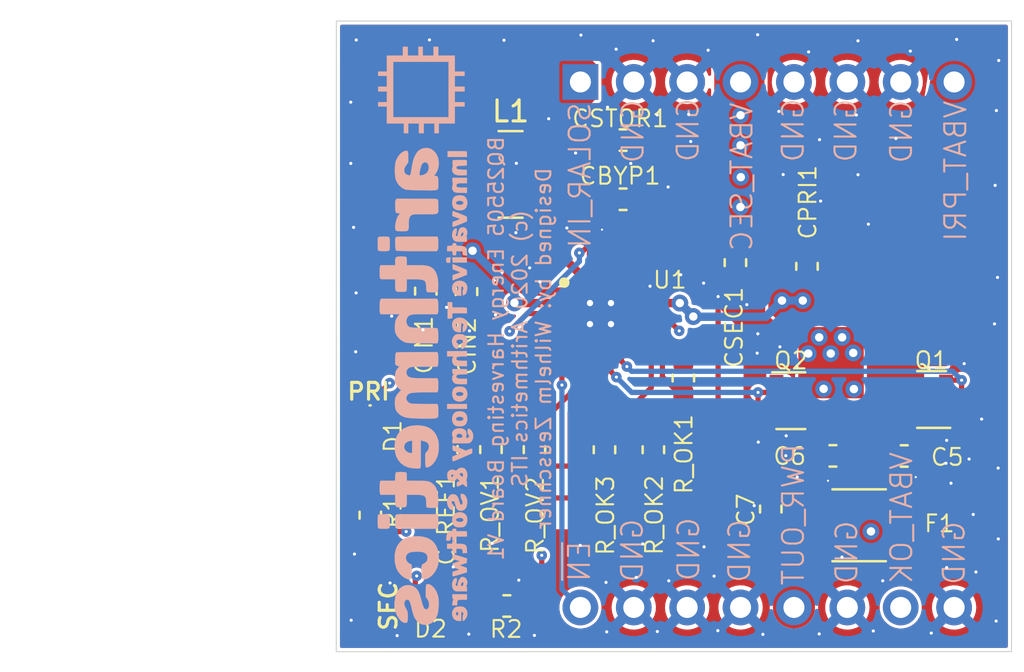
<source format=kicad_pcb>
(kicad_pcb (version 20171130) (host pcbnew "(5.1.9)-1")
  (layers (0 F.Cu signal) (1 In1.Cu signal) (2 In2.Cu signal) (31 B.Cu signal) (34 B.Paste user) (35 F.Paste user) (36 B.SilkS user hide) (37 F.SilkS user) (38 B.Mask user) (39 F.Mask user) (44 Edge.Cuts user))
  (net 0 "")
  (net 1 GND)
  (net 2 /VBAT_SEC)
  (net 3 /VBAT_PRI)
  (net 4 /SOLAR_IN)
  (net 5 +VDC)
  (net 6 "Net-(C_REF1-Pad2)")
  (net 7 "Net-(L1-Pad2)")
  (net 8 "Net-(Q1-Pad1)")
  (net 9 "Net-(Q2-Pad1)")
  (net 10 "Net-(R_OK1-Pad1)")
  (net 11 "Net-(R_OV1-Pad1)")
  (net 12 /PWR_OUT)
  (net 13 "Net-(R_OK2-Pad1)")
  (net 14 "Net-(R_OK3-Pad1)")
  (net 15 VCC)
  (net 16 "Net-(D1-Pad2)")
  (net 17 "Net-(D2-Pad2)")
  (net 18 /VB_PRI_ON)
  (net 19 /VB_SEC_ON)
  (net 20 /VBAT_OK)
  (net 21 /~EN)
  (module Locator_Footprints:L_Coilcraft_LPS4018 (layer F.Cu) (at 92.167 74.298)
    (fp_text reference L1 (at 0 -3) (layer F.SilkS))
    (fp_text value 22uH)
    (pad 1 smd custom (at -1.765 0) (size 0.87 2.79) (layers F.Cu F.Paste F.Mask) (net 4 /SOLAR_IN) (options (clearance outline) (anchor rect)) (primitives (gr_poly (pts (xy -0.435 -1.395) (xy 0.125 -1.945) (xy 1.015 -1.945) (xy 1.015 -1.17) (xy 0.435 -0.575) (xy 0.435 0.575) (xy 1.015 1.17) (xy 1.015 1.945) (xy 0.125 1.945) (xy -0.435 1.395)) (width 0))))
    (pad 2 smd custom (at 1.765 0) (size 0.87 2.79) (layers F.Cu F.Paste F.Mask) (net 7 "Net-(L1-Pad2)") (options (clearance outline) (anchor rect)) (primitives (gr_poly (pts (xy 0.435 -1.395) (xy -0.125 -1.945) (xy -1.015 -1.945) (xy -1.015 -1.17) (xy -0.435 -0.575) (xy -0.435 0.575) (xy -1.015 1.17) (xy -1.015 1.945) (xy -0.125 1.945) (xy 0.435 1.395)) (width 0))))
  )
  (module Locator_Footprints:NTHD4102P_ChipFET_CASE_1206A (layer F.Cu) (at 112.197 85.008 180)
    (fp_text reference Q1 (at 0.01 1.86) (layer F.SilkS) (effects (font (size 0.8 0.8) (thickness 0.1))))
    (fp_text value NTHD4102PT1G)
    (pad 5 smd rect (at 0.686 0.9525 180) (size 0.66 0.457) (layers F.Cu F.Paste F.Mask) (net 3 /VBAT_PRI))
    (pad 8 smd rect (at 0.686 -0.9975 180) (size 0.66 0.457) (layers F.Cu F.Paste F.Mask) (net 5 +VDC))
    (pad 6 smd rect (at 0.686 0.3025 180) (size 0.66 0.457) (layers F.Cu F.Paste F.Mask) (net 3 /VBAT_PRI))
    (pad 7 smd rect (at 0.686 -0.3475 180) (size 0.66 0.457) (layers F.Cu F.Paste F.Mask) (net 5 +VDC))
    (pad 1 smd rect (at -0.686 -0.9975 180) (size 0.66 0.457) (layers F.Cu F.Paste F.Mask) (net 8 "Net-(Q1-Pad1)"))
    (pad 4 smd rect (at -0.686 0.9525 180) (size 0.66 0.457) (layers F.Cu F.Paste F.Mask) (net 18 /VB_PRI_ON))
    (pad 2 smd rect (at -0.686 -0.3475 180) (size 0.66 0.457) (layers F.Cu F.Paste F.Mask) (net 18 /VB_PRI_ON))
    (pad 3 smd rect (at -0.686 0.3025 180) (size 0.66 0.457) (layers F.Cu F.Paste F.Mask) (net 8 "Net-(Q1-Pad1)"))
  )
  (module Locator_Footprints:NTHD4102P_ChipFET_CASE_1206A (layer F.Cu) (at 105.5 85.06)
    (fp_text reference Q2 (at 0 -1.9) (layer F.SilkS) (effects (font (size 0.8 0.8) (thickness 0.1))))
    (fp_text value NTHD4102PT1G)
    (pad 5 smd rect (at 0.686 0.9525) (size 0.66 0.457) (layers F.Cu F.Paste F.Mask) (net 5 +VDC))
    (pad 8 smd rect (at 0.686 -0.9975) (size 0.66 0.457) (layers F.Cu F.Paste F.Mask) (net 2 /VBAT_SEC))
    (pad 6 smd rect (at 0.686 0.3025) (size 0.66 0.457) (layers F.Cu F.Paste F.Mask) (net 5 +VDC))
    (pad 7 smd rect (at 0.686 -0.3475) (size 0.66 0.457) (layers F.Cu F.Paste F.Mask) (net 2 /VBAT_SEC))
    (pad 1 smd rect (at -0.686 -0.9975) (size 0.66 0.457) (layers F.Cu F.Paste F.Mask) (net 9 "Net-(Q2-Pad1)"))
    (pad 4 smd rect (at -0.686 0.9525) (size 0.66 0.457) (layers F.Cu F.Paste F.Mask) (net 19 /VB_SEC_ON))
    (pad 2 smd rect (at -0.686 -0.3475) (size 0.66 0.457) (layers F.Cu F.Paste F.Mask) (net 19 /VB_SEC_ON))
    (pad 3 smd rect (at -0.686 0.3025) (size 0.66 0.457) (layers F.Cu F.Paste F.Mask) (net 9 "Net-(Q2-Pad1)"))
  )
  (module Locator_Footprints:BQ25505 (layer F.Cu) (at 96.444 80.919)
    (fp_text reference U1 (at 3.3 -1.6) (layer F.SilkS) (effects (font (size 0.8 0.8) (thickness 0.1))))
    (fp_text value BQ25505RGRR hide)
    (pad 21 thru_hole circle (at -0.5 0.5) (size 0.6 0.6) (drill 0.3) (layers *.Cu) (net 1 GND))
    (pad 21 thru_hole circle (at 0.5 0.5) (size 0.6 0.6) (drill 0.3) (layers *.Cu) (net 1 GND))
    (pad 21 thru_hole circle (at 0.5 -0.5) (size 0.6 0.6) (drill 0.3) (layers *.Cu) (net 1 GND))
    (pad 21 thru_hole circle (at -0.5 -0.5) (size 0.6 0.6) (drill 0.3) (layers *.Cu) (net 1 GND))
    (pad 10 smd roundrect (at 1 1.7) (size 0.28 0.85) (layers F.Cu F.Paste F.Mask) (roundrect_rratio 0.5) (net 18 /VB_PRI_ON))
    (pad 1 smd roundrect (at -1.7 -1 90) (size 0.28 0.85) (layers F.Cu F.Paste F.Mask) (roundrect_rratio 0.5) (net 1 GND))
    (pad 2 smd roundrect (at -1.7 -0.5 90) (size 0.28 0.85) (layers F.Cu F.Paste F.Mask) (roundrect_rratio 0.5) (net 4 /SOLAR_IN))
    (pad 3 smd roundrect (at -1.7 0 90) (size 0.28 0.85) (layers F.Cu F.Paste F.Mask) (roundrect_rratio 0.5) (net 15 VCC))
    (pad 4 smd roundrect (at -1.7 0.5 90) (size 0.28 0.85) (layers F.Cu F.Paste F.Mask) (roundrect_rratio 0.5) (net 6 "Net-(C_REF1-Pad2)"))
    (pad 5 smd roundrect (at -1.7 1 90) (size 0.28 0.85) (layers F.Cu F.Paste F.Mask) (roundrect_rratio 0.5) (net 21 /~EN))
    (pad 6 smd roundrect (at -1 1.7) (size 0.28 0.85) (layers F.Cu F.Paste F.Mask) (roundrect_rratio 0.5) (net 1 GND))
    (pad 7 smd roundrect (at -0.5 1.7) (size 0.28 0.85) (layers F.Cu F.Paste F.Mask) (roundrect_rratio 0.5) (net 11 "Net-(R_OV1-Pad1)"))
    (pad 8 smd roundrect (at 0 1.7) (size 0.28 0.85) (layers F.Cu F.Paste F.Mask) (roundrect_rratio 0.5) (net 14 "Net-(R_OK3-Pad1)"))
    (pad 9 smd roundrect (at 0.5 1.7) (size 0.28 0.85) (layers F.Cu F.Paste F.Mask) (roundrect_rratio 0.5) (net 19 /VB_SEC_ON))
    (pad 11 smd roundrect (at 1.7 1 90) (size 0.28 0.85) (layers F.Cu F.Paste F.Mask) (roundrect_rratio 0.5) (net 13 "Net-(R_OK2-Pad1)"))
    (pad 12 smd roundrect (at 1.7 0.5 90) (size 0.28 0.85) (layers F.Cu F.Paste F.Mask) (roundrect_rratio 0.5) (net 10 "Net-(R_OK1-Pad1)"))
    (pad 13 smd roundrect (at 1.7 0 90) (size 0.28 0.85) (layers F.Cu F.Paste F.Mask) (roundrect_rratio 0.5) (net 20 /VBAT_OK))
    (pad 14 smd roundrect (at 1.7 -0.5 90) (size 0.28 0.85) (layers F.Cu F.Paste F.Mask) (roundrect_rratio 0.5) (net 3 /VBAT_PRI))
    (pad 15 smd roundrect (at 1.7 -1 90) (size 0.28 0.85) (layers F.Cu F.Paste F.Mask) (roundrect_rratio 0.5) (net 1 GND))
    (pad 16 smd roundrect (at 1 -1.7) (size 0.28 0.85) (layers F.Cu F.Paste F.Mask) (roundrect_rratio 0.5) (net 1 GND))
    (pad 17 smd roundrect (at 0.5 -1.7) (size 0.28 0.85) (layers F.Cu F.Paste F.Mask) (roundrect_rratio 0.5) (net 1 GND))
    (pad 18 smd roundrect (at 0 -1.7) (size 0.28 0.85) (layers F.Cu F.Paste F.Mask) (roundrect_rratio 0.5) (net 2 /VBAT_SEC))
    (pad 19 smd roundrect (at -0.5 -1.7) (size 0.28 0.85) (layers F.Cu F.Paste F.Mask) (roundrect_rratio 0.5) (net 15 VCC))
    (pad 20 smd roundrect (at -1 -1.7) (size 0.28 0.85) (layers F.Cu F.Paste F.Mask) (roundrect_rratio 0.5) (net 7 "Net-(L1-Pad2)"))
    (pad 21 smd rect (at 0 0) (size 2.05 2.05) (layers F.Cu F.Mask) (net 1 GND))
  )
  (module Locator_Footprints:Energy_Harvesting_Module_Footprint (layer F.Cu) (at 94.488 82.4)
    (fp_text reference J1 hide)
    (fp_text value Energy_Harvesting_Module_Footprint)
    (pad 8 thru_hole circle (at 18.78 -12.5) (size 1.7 1.7) (drill 1) (layers *.Cu *.Mask) (net 3 /VBAT_PRI))
    (pad 9 thru_hole circle (at 18.78 12.5) (size 1.7 1.7) (drill 1) (layers *.Cu *.Mask) (net 1 GND))
    (pad 7 thru_hole circle (at 16.24 -12.5) (size 1.7 1.7) (drill 1) (layers *.Cu *.Mask) (net 1 GND))
    (pad 10 thru_hole circle (at 16.24 12.5) (size 1.7 1.7) (drill 1) (layers *.Cu *.Mask) (net 20 /VBAT_OK))
    (pad 6 thru_hole circle (at 13.7 -12.5) (size 1.7 1.7) (drill 1) (layers *.Cu *.Mask) (net 1 GND))
    (pad 11 thru_hole circle (at 13.7 12.5) (size 1.7 1.7) (drill 1) (layers *.Cu *.Mask) (net 1 GND))
    (pad 5 thru_hole circle (at 11.16 -12.5) (size 1.7 1.7) (drill 1) (layers *.Cu *.Mask) (net 1 GND))
    (pad 12 thru_hole circle (at 11.16 12.5) (size 1.7 1.7) (drill 1) (layers *.Cu *.Mask) (net 12 /PWR_OUT))
    (pad 4 thru_hole circle (at 8.62 -12.5) (size 1.7 1.7) (drill 1) (layers *.Cu *.Mask) (net 2 /VBAT_SEC))
    (pad 13 thru_hole circle (at 8.62 12.5) (size 1.7 1.7) (drill 1) (layers *.Cu *.Mask) (net 1 GND))
    (pad 3 thru_hole circle (at 6.08 -12.5) (size 1.7 1.7) (drill 1) (layers *.Cu *.Mask) (net 1 GND))
    (pad 14 thru_hole circle (at 6.08 12.5) (size 1.7 1.7) (drill 1) (layers *.Cu *.Mask) (net 1 GND))
    (pad 2 thru_hole circle (at 3.54 -12.5) (size 1.7 1.7) (drill 1) (layers *.Cu *.Mask) (net 1 GND))
    (pad 15 thru_hole circle (at 3.54 12.5) (size 1.7 1.7) (drill 1) (layers *.Cu *.Mask) (net 1 GND))
    (pad 1 thru_hole rect (at 1 -12.5) (size 1.7 1.7) (drill 1) (layers *.Cu *.Mask) (net 4 /SOLAR_IN))
    (pad 16 thru_hole circle (at 1 12.5) (size 1.7 1.7) (drill 1) (layers *.Cu *.Mask) (net 21 /~EN))
  )
  (module Resistor_SMD:R_0603_1608Metric (layer F.Cu) (at 93.304 87.393 90)
    (fp_text reference R_OV2 (at -3.133 0.034 90) (layer F.SilkS) (effects (font (size 0.8 0.8) (thickness 0.1))))
    (fp_text value 7.68M)
    (pad 2 smd roundrect (at 0.7875 0 90) (size 0.875 0.95) (layers F.Cu F.Paste F.Mask) (net 11 "Net-(R_OV1-Pad1)"))
    (pad 1 smd roundrect (at -0.7875 0 90) (size 0.875 0.95) (layers F.Cu F.Paste F.Mask) (net 14 "Net-(R_OK3-Pad1)"))
  )
  (module Resistor_SMD:R_0603_1608Metric (layer F.Cu) (at 91.233 87.391 270)
    (fp_text reference R_OV1 (at 3.062 0.038 90) (layer F.SilkS) (effects (font (size 0.8 0.8) (thickness 0.1))))
    (fp_text value 6.19M)
    (pad 2 smd roundrect (at 0.7875 0 270) (size 0.875 0.95) (layers F.Cu F.Paste F.Mask) (net 1 GND))
    (pad 1 smd roundrect (at -0.7875 0 270) (size 0.875 0.95) (layers F.Cu F.Paste F.Mask) (net 11 "Net-(R_OV1-Pad1)"))
  )
  (module Resistor_SMD:R_0603_1608Metric (layer F.Cu) (at 96.635 87.398 90)
    (fp_text reference R_OK3 (at -3.125 0.048 90) (layer F.SilkS) (effects (font (size 0.8 0.8) (thickness 0.1))))
    (fp_text value 1M)
    (pad 2 smd roundrect (at 0.7875 0 90) (size 0.875 0.95) (layers F.Cu F.Paste F.Mask) (net 13 "Net-(R_OK2-Pad1)"))
    (pad 1 smd roundrect (at -0.7875 0 90) (size 0.875 0.95) (layers F.Cu F.Paste F.Mask) (net 14 "Net-(R_OK3-Pad1)"))
  )
  (module Resistor_SMD:R_0603_1608Metric (layer F.Cu) (at 98.961 87.396 90)
    (fp_text reference R_OK2 (at -3.113 0.042 90) (layer F.SilkS) (effects (font (size 0.8 0.8) (thickness 0.1))))
    (fp_text value 6.34M)
    (pad 2 smd roundrect (at 0.7875 0 90) (size 0.875 0.95) (layers F.Cu F.Paste F.Mask) (net 10 "Net-(R_OK1-Pad1)"))
    (pad 1 smd roundrect (at -0.7875 0 90) (size 0.875 0.95) (layers F.Cu F.Paste F.Mask) (net 13 "Net-(R_OK2-Pad1)"))
  )
  (module Resistor_SMD:R_0603_1608Metric (layer F.Cu) (at 100.386 83.982 90)
    (fp_text reference R_OK1 (at -3.626 0.024 90) (layer F.SilkS) (effects (font (size 0.8 0.8) (thickness 0.1))))
    (fp_text value 5.9M)
    (pad 2 smd roundrect (at 0.7875 0 90) (size 0.875 0.95) (layers F.Cu F.Paste F.Mask) (net 1 GND))
    (pad 1 smd roundrect (at -0.7875 0 90) (size 0.875 0.95) (layers F.Cu F.Paste F.Mask) (net 10 "Net-(R_OK1-Pad1)"))
  )
  (module Resistor_SMD:R_0603_1608Metric (layer F.Cu) (at 91.99 94.83 180)
    (fp_text reference R2 (at 0.035 -1.104) (layer F.SilkS) (effects (font (size 0.8 0.8) (thickness 0.1))))
    (fp_text value 10k)
    (pad 2 smd roundrect (at 0.7875 0 180) (size 0.875 0.95) (layers F.Cu F.Paste F.Mask) (net 17 "Net-(D2-Pad2)"))
    (pad 1 smd roundrect (at -0.7875 0 180) (size 0.875 0.95) (layers F.Cu F.Paste F.Mask) (net 5 +VDC))
  )
  (module Resistor_SMD:R_0603_1608Metric (layer F.Cu) (at 85.494 90.5105 90)
    (fp_text reference R1 (at 0.1415 1.072 90) (layer F.SilkS) (effects (font (size 0.8 0.8) (thickness 0.1))))
    (fp_text value 10k)
    (pad 2 smd roundrect (at 0.7875 0 90) (size 0.875 0.95) (layers F.Cu F.Paste F.Mask) (net 16 "Net-(D1-Pad2)"))
    (pad 1 smd roundrect (at -0.7875 0 90) (size 0.875 0.95) (layers F.Cu F.Paste F.Mask) (net 5 +VDC))
  )
  (module Capacitor_SMD:C_0603_1608Metric (layer F.Cu) (at 97.52 72.665)
    (fp_text reference CSTOR1 (at -0.14 -1.025) (layer F.SilkS) (effects (font (size 0.8 0.8) (thickness 0.1))))
    (fp_text value 4.7uF)
    (pad 2 smd roundrect (at 0.7875 0) (size 0.875 0.95) (layers F.Cu F.Paste F.Mask) (net 1 GND))
    (pad 1 smd roundrect (at -0.7875 0) (size 0.875 0.95) (layers F.Cu F.Paste F.Mask) (net 15 VCC))
  )
  (module Capacitor_SMD:C_0603_1608Metric (layer F.Cu) (at 102.864 78.494 270)
    (fp_text reference CSEC1 (at 3.076 0.063 90) (layer F.SilkS) (effects (font (size 0.8 0.8) (thickness 0.1))))
    (fp_text value 4.7uF)
    (pad 1 smd roundrect (at -0.7875 0 270) (size 0.875 0.95) (layers F.Cu F.Paste F.Mask) (net 2 /VBAT_SEC))
    (pad 2 smd roundrect (at 0.7875 0 270) (size 0.875 0.95) (layers F.Cu F.Paste F.Mask) (net 1 GND))
  )
  (module Capacitor_SMD:C_0603_1608Metric (layer F.Cu) (at 106.269 78.671 90)
    (fp_text reference CPRI1 (at 3.05 0.04 90) (layer F.SilkS) (effects (font (size 0.8 0.8) (thickness 0.1))))
    (fp_text value 4.7uF)
    (pad 2 smd roundrect (at 0.7875 0 90) (size 0.875 0.95) (layers F.Cu F.Paste F.Mask) (net 1 GND))
    (pad 1 smd roundrect (at -0.7875 0 90) (size 0.875 0.95) (layers F.Cu F.Paste F.Mask) (net 3 /VBAT_PRI))
  )
  (module Capacitor_SMD:C_0603_1608Metric (layer F.Cu) (at 90.071 79.873 90)
    (fp_text reference CIN2 (at -2.5945 0.033 90) (layer F.SilkS) (effects (font (size 0.8 0.8) (thickness 0.1))))
    (fp_text value 0.1uF)
    (pad 2 smd roundrect (at 0.7875 0 90) (size 0.875 0.95) (layers F.Cu F.Paste F.Mask) (net 4 /SOLAR_IN))
    (pad 1 smd roundrect (at -0.7875 0 90) (size 0.875 0.95) (layers F.Cu F.Paste F.Mask) (net 1 GND))
  )
  (module Capacitor_SMD:C_0603_1608Metric (layer F.Cu) (at 88.135 79.85 270)
    (fp_text reference CIN1 (at 2.564 0.081 90) (layer F.SilkS) (effects (font (size 0.8 0.8) (thickness 0.1))))
    (fp_text value 4.7uF)
    (pad 2 smd roundrect (at 0.7875 0 270) (size 0.875 0.95) (layers F.Cu F.Paste F.Mask) (net 1 GND))
    (pad 1 smd roundrect (at -0.7875 0 270) (size 0.875 0.95) (layers F.Cu F.Paste F.Mask) (net 4 /SOLAR_IN))
  )
  (module Capacitor_SMD:C_0603_1608Metric (layer F.Cu) (at 89.133 87.391 90)
    (fp_text reference C_REF1 (at -3.329 -0.033 90) (layer F.SilkS) (effects (font (size 0.8 0.8) (thickness 0.1))))
    (fp_text value 0.01uF)
    (pad 2 smd roundrect (at 0.7875 0 90) (size 0.875 0.95) (layers F.Cu F.Paste F.Mask) (net 6 "Net-(C_REF1-Pad2)"))
    (pad 1 smd roundrect (at -0.7875 0 90) (size 0.875 0.95) (layers F.Cu F.Paste F.Mask) (net 1 GND))
  )
  (module Capacitor_SMD:C_0603_1608Metric (layer F.Cu) (at 104.547 90.218 90)
    (fp_text reference C7 (at -0.033 -1.185 90) (layer F.SilkS) (effects (font (size 0.8 0.8) (thickness 0.1))))
    (fp_text value 4.7uF)
    (pad 2 smd roundrect (at 0.7875 0 90) (size 0.875 0.95) (layers F.Cu F.Paste F.Mask) (net 1 GND))
    (pad 1 smd roundrect (at -0.7875 0 90) (size 0.875 0.95) (layers F.Cu F.Paste F.Mask) (net 12 /PWR_OUT))
  )
  (module Capacitor_SMD:C_0603_1608Metric (layer F.Cu) (at 107.501 87.688 180)
    (fp_text reference C6 (at 2.055 -0.019) (layer F.SilkS) (effects (font (size 0.8 0.8) (thickness 0.1))))
    (fp_text value 4.7uF)
    (pad 2 smd roundrect (at 0.7875 0 180) (size 0.875 0.95) (layers F.Cu F.Paste F.Mask) (net 1 GND))
    (pad 1 smd roundrect (at -0.7875 0 180) (size 0.875 0.95) (layers F.Cu F.Paste F.Mask) (net 5 +VDC))
  )
  (module Capacitor_SMD:C_0603_1608Metric (layer F.Cu) (at 110.895 87.694 180)
    (fp_text reference C5 (at -2.046 -0.054) (layer F.SilkS) (effects (font (size 0.8 0.8) (thickness 0.1))))
    (fp_text value 0.1uF)
    (pad 2 smd roundrect (at 0.7875 0 180) (size 0.875 0.95) (layers F.Cu F.Paste F.Mask) (net 5 +VDC))
    (pad 1 smd roundrect (at -0.7875 0 180) (size 0.875 0.95) (layers F.Cu F.Paste F.Mask) (net 1 GND))
  )
  (module Locator_Footprints:LED_0603_1608Metric (layer F.Cu) (at 88.37 94.83)
    (fp_text reference D2 (at -0.01 1.09) (layer F.SilkS) (effects (font (size 0.8 0.8) (thickness 0.1))))
    (fp_text value LED_SEC)
    (pad 1 smd roundrect (at -0.7875 0) (size 0.875 0.95) (layers F.Cu F.Paste F.Mask) (net 19 /VB_SEC_ON))
    (pad 2 smd roundrect (at 0.7875 0) (size 0.875 0.95) (layers F.Cu F.Paste F.Mask) (net 17 "Net-(D2-Pad2)"))
  )
  (module Locator_Footprints:LED_0603_1608Metric (layer F.Cu) (at 85.494 86.773 270)
    (fp_text reference D1 (at -0.015 -1.072 90) (layer F.SilkS) (effects (font (size 0.8 0.8) (thickness 0.1))))
    (fp_text value LED_PRI)
    (pad 2 smd roundrect (at 0.7875 0 270) (size 0.875 0.95) (layers F.Cu F.Paste F.Mask) (net 16 "Net-(D1-Pad2)"))
    (pad 1 smd roundrect (at -0.7875 0 270) (size 0.875 0.95) (layers F.Cu F.Paste F.Mask) (net 18 /VB_PRI_ON))
  )
  (module Capacitor_SMD:C_0603_1608Metric (layer F.Cu) (at 97.52 75.48)
    (fp_text reference CBYP1 (at -0.143 -1.109) (layer F.SilkS) (effects (font (size 0.8 0.8) (thickness 0.1))))
    (fp_text value 0.1uF)
    (pad 2 smd roundrect (at 0.7875 0) (size 0.875 0.95) (layers F.Cu F.Paste F.Mask) (net 1 GND))
    (pad 1 smd roundrect (at -0.7875 0) (size 0.875 0.95) (layers F.Cu F.Paste F.Mask) (net 15 VCC))
  )
  (module arithmetics_logos:logo_1100_DPI (layer B.Cu) (at 88.13 81.85 270)
    (fp_text reference L2 hide)
    (fp_text value arithmetics_logo_1100DPI hide)
  )
  (module Fuse:Fuse_1812_4532Metric_Castellated (layer F.Cu) (at 108.75 90.99)
    (fp_text reference F1 (at 3.82 -0.08) (layer F.SilkS) (effects (font (size 0.8 0.8) (thickness 0.1))))
    (fp_text value "2.6A Ih 5A It Polyfuse")
    (pad 2 smd roundrect (at 2.1625 0) (size 1.475 3.3) (layers F.Cu F.Paste F.Mask) (roundrect_rratio 0.169492) (net 5 +VDC))
    (pad 1 smd roundrect (at -2.1625 0) (size 1.475 3.3) (layers F.Cu F.Paste F.Mask) (roundrect_rratio 0.169492) (net 12 /PWR_OUT))
  )
  (gr_poly (pts (xy 104.195 69.042) (xy 104.195 77.465) (xy 103.123 78.286) (xy 96.293 78.2875) (xy 96.293 77.4505) (xy 101.908 75.999) (xy 101.908 69.042) (xy 102.5945 68.453) (xy 103.4915 68.453)) (layer F.Cu) (width 0.1))
  (gr_text PRI (at 85.41 84.629) (layer F.SilkS) (effects (font (size 0.8 0.8))))
  (gr_text SEC (at 86.355 94.845 90) (layer F.SilkS) (effects (font (size 0.8 0.8))))
  (gr_poly (pts (xy 108.92 84.9) (xy 105.91 84.9) (xy 105.91 81.6075) (xy 108.92 81.61)) (layer F.Cu) (width 0.1))
  (gr_poly (pts (xy 112.9 83.37) (xy 111.79 83.37) (xy 111.79 84.9) (xy 109.17 84.9) (xy 109.17 81.35) (xy 112.9 81.35)) (layer F.Cu) (width 0.1))
  (gr_poly (pts (xy 111.88 86.61) (xy 110.58 86.61) (xy 110.58 89.18) (xy 111.92 89.18) (xy 111.92 92.88) (xy 108.575 92.88) (xy 108.565 89.25) (xy 107.83 89.25) (xy 107.83 86.6) (xy 105.86 86.6) (xy 105.86 85.15) (xy 111.88 85.15)) (layer F.Cu) (width 0.1))
  (gr_poly (pts (xy 114.436 69.392) (xy 114.436 79.676) (xy 112.919 81.363) (xy 105.14 81.36) (xy 104.48 80.82) (xy 104.48 79.38) (xy 105.16 78.97) (xy 109.31 78.97) (xy 111.0715 77.0635) (xy 112.225 69.552) (xy 112.61 68.86) (xy 114.05 68.86)) (layer F.Cu) (width 0.1))
  (gr_poly (pts (xy 96.279 69.172) (xy 96.279 70.558) (xy 95.823 71.068) (xy 93.016 71.068) (xy 91.648 72.454) (xy 91.648 78.907) (xy 90.949 79.582) (xy 86.507 79.582) (xy 85.541 78.78) (xy 85.541 69.409) (xy 86.307 68.534) (xy 95.641 68.534)) (layer F.Cu) (width 0.1))
  (gr_poly (pts (xy 97.156 76.438) (xy 95.844 76.438) (xy 95.844 71.905) (xy 97.16 71.905)) (layer F.Cu) (width 0.1))
  (gr_text ~EN (at 95.44 92.71 90) (layer B.SilkS) (effects (font (size 1 1) (thickness 0.1)) (justify mirror)))
  (gr_text GND (at 97.96 92.19 90) (layer B.SilkS) (effects (font (size 1 1) (thickness 0.1)) (justify mirror)))
  (gr_text GND (at 100.64 92.13 90) (layer B.SilkS) (effects (font (size 1 1) (thickness 0.1)) (justify mirror)))
  (gr_text GND (at 103.06 92.21 90) (layer B.SilkS) (effects (font (size 1 1) (thickness 0.1)) (justify mirror)))
  (gr_text PWR_OUT (at 105.62 90.48 90) (layer B.SilkS) (effects (font (size 1 1) (thickness 0.1)) (justify mirror)))
  (gr_text GND (at 108.16 92.28 90) (layer B.SilkS) (effects (font (size 1 1) (thickness 0.1)) (justify mirror)))
  (gr_text VBAT_OK (at 110.77 90.64 90) (layer B.SilkS) (effects (font (size 1 1) (thickness 0.1)) (justify mirror)))
  (gr_text GND (at 113.27 92.31 90) (layer B.SilkS) (effects (font (size 1 1) (thickness 0.1)) (justify mirror)))
  (gr_text SOLAR_IN (at 95.47 74.34 90) (layer B.SilkS) (effects (font (size 1 1) (thickness 0.1)) (justify mirror)))
  (gr_text GND (at 105.61 72.2 90) (layer B.SilkS) (effects (font (size 1 1) (thickness 0.1)) (justify mirror)))
  (gr_text GND (at 97.99 72.25 90) (layer B.SilkS) (effects (font (size 1 1) (thickness 0.1)) (justify mirror)))
  (gr_text GND (at 100.61 72.19 90) (layer B.SilkS) (effects (font (size 1 1) (thickness 0.1)) (justify mirror)))
  (gr_text VBAT_SEC (at 103.17 74.41 90) (layer B.SilkS) (effects (font (size 1 1) (thickness 0.1)) (justify mirror)))
  (gr_text GND (at 108.12 72.21 90) (layer B.SilkS) (effects (font (size 1 1) (thickness 0.1)) (justify mirror)))
  (gr_text GND (at 110.76 72.26 90) (layer B.SilkS) (effects (font (size 1 1) (thickness 0.1)) (justify mirror)))
  (gr_text VBAT_PRI (at 113.34 74.14 90) (layer B.SilkS) (effects (font (size 1 1) (thickness 0.1)) (justify mirror)))
  (gr_text "BQ25505 Energy Harvesting Board V1\n(c) 2020 Arithmetics ITS\nDesigned by: Wilhelm Zeuschner" (at 92.61 82.58 90) (layer B.SilkS) (effects (font (size 0.7 0.7) (thickness 0.1)) (justify mirror)))
  (gr_line (start 83.875 97.004) (end 83.88 67.001) (layer Edge.Cuts) (width 0.05))
  (gr_line (start 116 97) (end 83.875 97.004) (layer Edge.Cuts) (width 0.05))
  (gr_line (start 116 67) (end 116 97) (layer Edge.Cuts) (width 0.05))
  (gr_line (start 83.88 67.001) (end 116 67) (layer Edge.Cuts) (width 0.05))
  (via (at 88 81.69) (size 0.5) (drill 0.15) (layers F.Cu B.Cu) (net 1))
  (via (at 90.21 81.74) (size 0.5) (drill 0.15) (layers F.Cu B.Cu) (net 1))
  (segment (start 96.954 79.211) (end 96.954 79.925) (width 0.3) (layer F.Cu) (net 1))
  (segment (start 97.444 79.219) (end 97.444 79.898) (width 0.4) (layer F.Cu) (net 1))
  (segment (start 97.444 79.898) (end 97.482 79.936) (width 0.25) (layer F.Cu) (net 1))
  (segment (start 98.144 79.919) (end 97.486 79.919) (width 0.4) (layer F.Cu) (net 1))
  (segment (start 95.444 82.619) (end 95.444 81.983) (width 0.3) (layer F.Cu) (net 1))
  (segment (start 95.444 81.983) (end 95.688 81.739) (width 0.3) (layer F.Cu) (net 1))
  (segment (start 94.744 79.919) (end 95.374 79.919) (width 0.25) (layer F.Cu) (net 1))
  (segment (start 95.374 79.919) (end 95.503 80.048) (width 0.25) (layer F.Cu) (net 1))
  (segment (start 91.233 88.3285) (end 91.233 89.033) (width 0.25) (layer F.Cu) (net 1))
  (segment (start 91.233 89.033) (end 91.89 89.69) (width 0.25) (layer F.Cu) (net 1))
  (segment (start 91.89 89.69) (end 100.24 89.69) (width 0.25) (layer F.Cu) (net 1))
  (segment (start 100.24 89.69) (end 102.04 87.89) (width 0.25) (layer F.Cu) (net 1))
  (segment (start 102.04 87.89) (end 102.04 82.83) (width 0.25) (layer F.Cu) (net 1))
  (segment (start 102.04 82.83) (end 102.04 80.6) (width 0.25) (layer F.Cu) (net 1))
  (segment (start 102.04 80.6) (end 102.04 80.11) (width 0.25) (layer F.Cu) (net 1))
  (via (at 84.824621 67.901959) (size 0.5) (drill 0.15) (layers F.Cu B.Cu) (net 1))
  (via (at 84.562281 70.861383) (size 0.5) (drill 0.15) (layers F.Cu B.Cu) (net 1))
  (via (at 84.564605 73.774874) (size 0.5) (drill 0.15) (layers F.Cu B.Cu) (net 1))
  (via (at 84.698174 76.817518) (size 0.5) (drill 0.15) (layers F.Cu B.Cu) (net 1))
  (via (at 84.817352 79.934513) (size 0.5) (drill 0.15) (layers F.Cu B.Cu) (net 1))
  (via (at 84.798632 82.735505) (size 0.5) (drill 0.15) (layers F.Cu B.Cu) (net 1))
  (via (at 84.739975 92.361016) (size 0.5) (drill 0.15) (layers F.Cu B.Cu) (net 1))
  (via (at 84.583623 95.509318) (size 0.5) (drill 0.15) (layers F.Cu B.Cu) (net 1))
  (via (at 86.50826 81.041465) (size 0.5) (drill 0.15) (layers F.Cu B.Cu) (net 1))
  (via (at 86.431813 93.735416) (size 0.5) (drill 0.15) (layers F.Cu B.Cu) (net 1))
  (via (at 86.77 96.24) (size 0.5) (drill 0.15) (layers F.Cu B.Cu) (net 1))
  (via (at 88.307666 67.897662) (size 0.5) (drill 0.15) (layers F.Cu B.Cu) (net 1))
  (via (at 89.438352 92.970815) (size 0.5) (drill 0.15) (layers F.Cu B.Cu) (net 1))
  (via (at 90.18 96.17) (size 0.5) (drill 0.15) (layers F.Cu B.Cu) (net 1))
  (via (at 91.293361 91.845555) (size 0.5) (drill 0.15) (layers F.Cu B.Cu) (net 1))
  (via (at 91.852728 67.915102) (size 0.5) (drill 0.15) (layers F.Cu B.Cu) (net 1))
  (via (at 92.558903 93.601564) (size 0.5) (drill 0.15) (layers F.Cu B.Cu) (net 1))
  (via (at 93.074494 78.744185) (size 0.5) (drill 0.15) (layers F.Cu B.Cu) (net 1))
  (via (at 93.3 96.23) (size 0.5) (drill 0.15) (layers F.Cu B.Cu) (net 1))
  (via (at 94.845368 76.845841) (size 0.5) (drill 0.15) (layers F.Cu B.Cu) (net 1))
  (via (at 95.513849 67.670541) (size 0.5) (drill 0.15) (layers F.Cu B.Cu) (net 1))
  (via (at 95.26 73.28) (size 0.5) (drill 0.15) (layers F.Cu B.Cu) (net 1))
  (via (at 95.478884 91.945593) (size 0.5) (drill 0.15) (layers F.Cu B.Cu) (net 1))
  (via (at 96.70674 93.708089) (size 0.5) (drill 0.15) (layers F.Cu B.Cu) (net 1))
  (via (at 97.189 68.341) (size 0.5) (drill 0.15) (layers F.Cu B.Cu) (net 1))
  (via (at 97.88511 73.776668) (size 0.5) (drill 0.15) (layers F.Cu B.Cu) (net 1))
  (via (at 98.456 91.876) (size 0.5) (drill 0.15) (layers F.Cu B.Cu) (net 1))
  (via (at 98.948139 67.939104) (size 0.5) (drill 0.15) (layers F.Cu B.Cu) (net 1))
  (via (at 99.146097 71.466255) (size 0.5) (drill 0.15) (layers F.Cu B.Cu) (net 1))
  (via (at 99.148805 96.04467) (size 0.5) (drill 0.15) (layers F.Cu B.Cu) (net 1))
  (via (at 99.662489 74.89632) (size 0.5) (drill 0.15) (layers F.Cu B.Cu) (net 1))
  (via (at 99.695333 93.630764) (size 0.5) (drill 0.15) (layers F.Cu B.Cu) (net 1))
  (via (at 100.737313 72.732829) (size 0.5) (drill 0.15) (layers F.Cu B.Cu) (net 1))
  (via (at 101.566258 68.390567) (size 0.5) (drill 0.15) (layers F.Cu B.Cu) (net 1))
  (via (at 101.372 92.016) (size 0.5) (drill 0.15) (layers F.Cu B.Cu) (net 1))
  (via (at 102.026724 96.002425) (size 0.5) (drill 0.15) (layers F.Cu B.Cu) (net 1))
  (via (at 103.404993 80.494979) (size 0.5) (drill 0.15) (layers F.Cu B.Cu) (net 1))
  (via (at 103.921315 67.65261) (size 0.5) (drill 0.15) (layers F.Cu B.Cu) (net 1))
  (via (at 103.899441 82.800592) (size 0.5) (drill 0.15) (layers F.Cu B.Cu) (net 1))
  (via (at 103.952343 87.034558) (size 0.5) (drill 0.15) (layers F.Cu B.Cu) (net 1))
  (via (at 103.755977 90.054373) (size 0.5) (drill 0.15) (layers F.Cu B.Cu) (net 1))
  (via (at 104.928767 71.299751) (size 0.5) (drill 0.15) (layers F.Cu B.Cu) (net 1))
  (via (at 105.134751 74.303865) (size 0.5) (drill 0.15) (layers F.Cu B.Cu) (net 1))
  (via (at 105.805817 88.69485) (size 0.5) (drill 0.15) (layers F.Cu B.Cu) (net 1))
  (via (at 106.3461 68.467773) (size 0.5) (drill 0.15) (layers F.Cu B.Cu) (net 1))
  (via (at 106.866141 72.644615) (size 0.5) (drill 0.15) (layers F.Cu B.Cu) (net 1))
  (via (at 106.915475 75.566591) (size 0.5) (drill 0.15) (layers F.Cu B.Cu) (net 1))
  (via (at 107.932334 92.503843) (size 0.5) (drill 0.15) (layers F.Cu B.Cu) (net 1))
  (via (at 108.694633 67.942153) (size 0.5) (drill 0.15) (layers F.Cu B.Cu) (net 1))
  (via (at 108.616124 71.472514) (size 0.5) (drill 0.15) (layers F.Cu B.Cu) (net 1))
  (via (at 108.695962 74.311579) (size 0.5) (drill 0.15) (layers F.Cu B.Cu) (net 1))
  (via (at 109.189933 76.665618) (size 0.5) (drill 0.15) (layers F.Cu B.Cu) (net 1))
  (via (at 109.423571 96.018544) (size 0.5) (drill 0.15) (layers F.Cu B.Cu) (net 1))
  (via (at 109.871821 93.63084) (size 0.5) (drill 0.15) (layers F.Cu B.Cu) (net 1))
  (via (at 110.497691 72.588627) (size 0.5) (drill 0.15) (layers F.Cu B.Cu) (net 1))
  (via (at 111.185102 68.43151) (size 0.5) (drill 0.15) (layers F.Cu B.Cu) (net 1))
  (via (at 112.182332 96.120377) (size 0.5) (drill 0.15) (layers F.Cu B.Cu) (net 1))
  (via (at 112.913146 86.949341) (size 0.5) (drill 0.15) (layers F.Cu B.Cu) (net 1))
  (via (at 113.388979 67.876235) (size 0.5) (drill 0.15) (layers F.Cu B.Cu) (net 1))
  (via (at 113.747 83.302) (size 0.5) (drill 0.15) (layers F.Cu B.Cu) (net 1))
  (via (at 114.17821 90.476027) (size 0.5) (drill 0.15) (layers F.Cu B.Cu) (net 1))
  (via (at 114.305 93.215) (size 0.5) (drill 0.15) (layers F.Cu B.Cu) (net 1))
  (via (at 114.577191 85.938932) (size 0.5) (drill 0.15) (layers F.Cu B.Cu) (net 1))
  (via (at 115.391483 68.876262) (size 0.5) (drill 0.15) (layers F.Cu B.Cu) (net 1))
  (via (at 115.33318 79.197853) (size 0.5) (drill 0.15) (layers F.Cu B.Cu) (net 1))
  (via (at 115.362628 88.269124) (size 0.5) (drill 0.15) (layers F.Cu B.Cu) (net 1))
  (via (at 115.26845 95.547344) (size 0.5) (drill 0.15) (layers F.Cu B.Cu) (net 1))
  (via (at 113.12 88.99) (size 0.5) (drill 0.15) (layers F.Cu B.Cu) (net 1))
  (via (at 113.98 87.84) (size 0.5) (drill 0.15) (layers F.Cu B.Cu) (net 1))
  (via (at 106.85 96.16) (size 0.5) (drill 0.15) (layers F.Cu B.Cu) (net 1))
  (via (at 104.17 96.18) (size 0.5) (drill 0.15) (layers F.Cu B.Cu) (net 1))
  (via (at 101.85 93.41) (size 0.5) (drill 0.15) (layers F.Cu B.Cu) (net 1))
  (via (at 112.912 93.005) (size 0.5) (drill 0.15) (layers F.Cu B.Cu) (net 1))
  (via (at 96.74 96.06) (size 0.5) (drill 0.15) (layers F.Cu B.Cu) (net 1))
  (via (at 98.15 93.47) (size 0.5) (drill 0.15) (layers F.Cu B.Cu) (net 1))
  (via (at 100.64 71.44) (size 0.5) (drill 0.15) (layers F.Cu B.Cu) (net 1))
  (via (at 104.98 82.5) (size 0.5) (drill 0.15) (layers F.Cu B.Cu) (net 1))
  (via (at 105.279 86.732) (size 0.5) (drill 0.15) (layers F.Cu B.Cu) (net 1))
  (via (at 105.26 87.68) (size 0.5) (drill 0.15) (layers F.Cu B.Cu) (net 1))
  (via (at 92.42 77.07) (size 0.5) (drill 0.15) (layers F.Cu B.Cu) (net 1))
  (via (at 92.44 73.77) (size 0.5) (drill 0.15) (layers F.Cu B.Cu) (net 1))
  (via (at 93.98 71.65) (size 0.5) (drill 0.15) (layers F.Cu B.Cu) (net 1))
  (via (at 96.78 71.1) (size 0.5) (drill 0.15) (layers F.Cu B.Cu) (net 1))
  (via (at 91.45 80.98) (size 0.5) (drill 0.15) (layers F.Cu B.Cu) (net 1))
  (via (at 89.12 80.622) (size 0.5) (drill 0.15) (layers F.Cu B.Cu) (net 1))
  (via (at 115.28 71.26) (size 0.5) (drill 0.15) (layers F.Cu B.Cu) (net 1))
  (via (at 115.22 74.82) (size 0.5) (drill 0.15) (layers F.Cu B.Cu) (net 1))
  (via (at 115.19 81.41) (size 0.5) (drill 0.15) (layers F.Cu B.Cu) (net 1))
  (via (at 115.37 91.64) (size 0.5) (drill 0.15) (layers F.Cu B.Cu) (net 1))
  (segment (start 99.275 79.505) (end 99.73 79.05) (width 0.4) (layer F.Cu) (net 1))
  (via (at 98.802 79.617) (size 0.5) (drill 0.15) (layers F.Cu B.Cu) (net 1))
  (via (at 100.26 79.07) (size 0.5) (drill 0.15) (layers F.Cu B.Cu) (net 1))
  (via (at 93.56 79.41) (size 0.5) (drill 0.15) (layers F.Cu B.Cu) (net 1))
  (via (at 101.35 79.47) (size 0.5) (drill 0.15) (layers F.Cu B.Cu) (net 1))
  (via (at 103.93 81.88) (size 0.5) (drill 0.15) (layers F.Cu B.Cu) (net 1))
  (segment (start 102.04 80.11) (end 102.04 80.11) (width 0.25) (layer F.Cu) (net 1))
  (via (at 102.04 80.11) (size 0.5) (drill 0.15) (layers F.Cu B.Cu) (net 1))
  (via (at 107.27 88.87) (size 0.45) (drill 0.1) (layers F.Cu B.Cu) (net 1))
  (via (at 111.445 88.7) (size 0.45) (drill 0.1) (layers F.Cu B.Cu) (net 1))
  (via (at 112.88 88.04) (size 0.5) (drill 0.15) (layers F.Cu B.Cu) (net 1))
  (via (at 96.517 76.926) (size 0.45) (drill 0.1) (layers F.Cu B.Cu) (net 1))
  (segment (start 99.07 79.34) (end 98.71 79.7) (width 0.4) (layer F.Cu) (net 1))
  (segment (start 99.07 78.93) (end 99.07 79.34) (width 0.4) (layer F.Cu) (net 1))
  (segment (start 99.16 78.84) (end 99.07 78.93) (width 0.4) (layer F.Cu) (net 1))
  (segment (start 98.21 79.844) (end 99.16 78.894) (width 0.4) (layer F.Cu) (net 1))
  (segment (start 99.16 78.894) (end 99.16 78.84) (width 0.4) (layer F.Cu) (net 1))
  (segment (start 98.173 79.872) (end 98.927 79.872) (width 0.4) (layer F.Cu) (net 1))
  (segment (start 98.156 79.895) (end 98.18 79.871) (width 0.4) (layer F.Cu) (net 1))
  (segment (start 91.088 88.168) (end 91.2485 88.3285) (width 0.25) (layer F.Cu) (net 1))
  (segment (start 89.133 88.3285) (end 89.2935 88.168) (width 0.25) (layer F.Cu) (net 1))
  (segment (start 89.2935 88.168) (end 91.088 88.168) (width 0.25) (layer F.Cu) (net 1))
  (segment (start 100.386 83.0445) (end 100.5725 83.231) (width 0.25) (layer F.Cu) (net 1))
  (segment (start 100.5725 83.231) (end 101.923 83.231) (width 0.25) (layer F.Cu) (net 1))
  (segment (start 94.99 79.873) (end 93.661 79.873) (width 0.4) (layer F.Cu) (net 1))
  (via (at 107.06 84.5) (size 0.8) (drill 0.4) (layers F.Cu B.Cu) (net 2))
  (via (at 108.5 84.51) (size 0.8) (drill 0.4) (layers F.Cu B.Cu) (net 2))
  (via (at 108.47 82.79) (size 0.8) (drill 0.4) (layers F.Cu B.Cu) (net 2))
  (via (at 106.33 82.82) (size 0.8) (drill 0.4) (layers F.Cu B.Cu) (net 2))
  (via (at 107.4 82.82) (size 0.8) (drill 0.4) (layers F.Cu B.Cu) (net 2))
  (via (at 106.85 82.05) (size 0.8) (drill 0.4) (layers F.Cu B.Cu) (net 2))
  (via (at 107.94 82.05) (size 0.8) (drill 0.4) (layers F.Cu B.Cu) (net 2))
  (segment (start 96.444 78.026) (end 96.845 77.625) (width 0.4) (layer F.Cu) (net 2))
  (segment (start 96.845 77.625) (end 102.334 77.625) (width 0.4) (layer F.Cu) (net 2))
  (segment (start 102.334 77.625) (end 102.968 76.991) (width 0.4) (layer F.Cu) (net 2))
  (segment (start 102.968 76.991) (end 103.1 75.85) (width 0.4) (layer F.Cu) (net 2))
  (segment (start 96.444 79.219) (end 96.444 78.554) (width 0.4) (layer F.Cu) (net 2))
  (segment (start 96.444 78.554) (end 96.444 78.026) (width 0.4) (layer F.Cu) (net 2))
  (segment (start 106.186 84.7125) (end 106.186 84.074) (width 0.25) (layer F.Cu) (net 2))
  (segment (start 106.186 84.074) (end 106.2 84.06) (width 0.25) (layer F.Cu) (net 2))
  (via (at 103.108 71.482) (size 0.8) (drill 0.4) (layers F.Cu B.Cu) (net 2))
  (via (at 103.108 72.912) (size 0.8) (drill 0.4) (layers F.Cu B.Cu) (net 2))
  (segment (start 103.12 74.43) (end 102.968 70.196) (width 0.4) (layer F.Cu) (net 2))
  (via (at 103.12 74.43) (size 0.8) (drill 0.4) (layers F.Cu B.Cu) (net 2))
  (segment (start 103.1 75.85) (end 103.12 74.43) (width 0.4) (layer F.Cu) (net 2))
  (via (at 103.1 75.85) (size 0.8) (drill 0.4) (layers F.Cu B.Cu) (net 2))
  (segment (start 106.8475 84.7125) (end 107.06 84.5) (width 0.25) (layer F.Cu) (net 2))
  (segment (start 106.186 84.7125) (end 106.8475 84.7125) (width 0.25) (layer F.Cu) (net 2))
  (segment (start 108.49 84.5) (end 108.5 84.51) (width 0.25) (layer F.Cu) (net 2))
  (segment (start 107.06 84.5) (end 108.49 84.5) (width 0.25) (layer F.Cu) (net 2))
  (segment (start 106.186 82.964) (end 106.33 82.82) (width 0.25) (layer F.Cu) (net 2))
  (segment (start 106.186 84.0625) (end 106.186 82.964) (width 0.25) (layer F.Cu) (net 2))
  (segment (start 108.44 82.82) (end 108.47 82.79) (width 0.25) (layer F.Cu) (net 2))
  (segment (start 107.4 82.82) (end 108.44 82.82) (width 0.25) (layer F.Cu) (net 2))
  (segment (start 108.47 82.58) (end 107.94 82.05) (width 0.25) (layer F.Cu) (net 2))
  (segment (start 108.47 82.79) (end 108.47 82.58) (width 0.25) (layer F.Cu) (net 2))
  (segment (start 107.94 82.05) (end 106.85 82.05) (width 0.25) (layer F.Cu) (net 2))
  (segment (start 106.85 82.3) (end 106.33 82.82) (width 0.25) (layer F.Cu) (net 2))
  (segment (start 106.85 82.05) (end 106.85 82.3) (width 0.25) (layer F.Cu) (net 2))
  (segment (start 106.33 82.82) (end 107.4 82.82) (width 0.25) (layer F.Cu) (net 2))
  (segment (start 102.3465 77.6125) (end 102.334 77.625) (width 0.25) (layer F.Cu) (net 2))
  (segment (start 102.87 77.6125) (end 102.3465 77.6125) (width 0.25) (layer F.Cu) (net 2))
  (segment (start 96.444 78.554) (end 96.466 78.554) (width 0.4) (layer F.Cu) (net 2))
  (segment (start 96.466 78.554) (end 96.84 78.18) (width 0.4) (layer F.Cu) (net 2))
  (via (at 106.07 80.3) (size 0.8) (drill 0.4) (layers F.Cu B.Cu) (net 3))
  (segment (start 105.025 80.419) (end 106.064 79.38) (width 0.4) (layer F.Cu) (net 3))
  (segment (start 106.064 79.38) (end 106.938 80.254) (width 0.4) (layer F.Cu) (net 3))
  (segment (start 106.938 80.254) (end 109.431 80.254) (width 0.4) (layer F.Cu) (net 3))
  (segment (start 113.207 76.478) (end 113.207 69.992) (width 0.4) (layer F.Cu) (net 3))
  (via (at 105.08 80.3) (size 0.8) (drill 0.4) (layers F.Cu B.Cu) (net 3))
  (segment (start 105.025 80.419) (end 105.025 80.355) (width 0.4) (layer F.Cu) (net 3))
  (segment (start 105.025 80.355) (end 105.08 80.3) (width 0.4) (layer F.Cu) (net 3))
  (segment (start 98.43901 80.41901) (end 100.21901 80.41901) (width 0.4) (layer F.Cu) (net 3))
  (via (at 100.86 81.06) (size 0.8) (drill 0.4) (layers F.Cu B.Cu) (net 3))
  (segment (start 100.87 81.07) (end 100.86 81.06) (width 0.4) (layer B.Cu) (net 3))
  (segment (start 105.08 80.3) (end 104.31 81.07) (width 0.4) (layer B.Cu) (net 3))
  (segment (start 104.31 81.07) (end 100.87 81.07) (width 0.4) (layer B.Cu) (net 3))
  (segment (start 106.07 80.3) (end 105.08 80.3) (width 0.4) (layer B.Cu) (net 3))
  (segment (start 100.21901 80.41901) (end 100.21901 80.41901) (width 0.4) (layer F.Cu) (net 3))
  (segment (start 109.431 80.254) (end 113.207 76.478) (width 0.4) (layer F.Cu) (net 3))
  (segment (start 111.514 84.7575) (end 111.514 84.164) (width 0.25) (layer F.Cu) (net 3))
  (segment (start 111.514 84.164) (end 110.85 83.5) (width 0.25) (layer F.Cu) (net 3))
  (segment (start 110.85 81.673) (end 109.431 80.254) (width 0.25) (layer F.Cu) (net 3))
  (segment (start 110.85 83.5) (end 110.85 81.673) (width 0.25) (layer F.Cu) (net 3))
  (segment (start 100.86 81.06) (end 100.21901 80.41901) (width 0.4) (layer B.Cu) (net 3))
  (segment (start 100.21901 80.41901) (end 100.86 81.06) (width 0.4) (layer F.Cu) (net 3))
  (segment (start 100.21901 80.41901) (end 100.21901 80.41901) (width 0.4) (layer F.Cu) (net 3))
  (via (at 100.21901 80.41901) (size 0.8) (drill 0.4) (layers F.Cu B.Cu) (net 3))
  (segment (start 90.367 74.298) (end 90.367 72.975) (width 1) (layer F.Cu) (net 4))
  (segment (start 90.367 72.975) (end 92.964 70.378) (width 1) (layer F.Cu) (net 4))
  (segment (start 88.149 79.1555) (end 90.1655 79.1555) (width 0.4) (layer F.Cu) (net 4))
  (segment (start 90.1655 79.1555) (end 90.359 78.962) (width 0.4) (layer F.Cu) (net 4))
  (segment (start 93.442 69.9) (end 92.964 70.378) (width 0.4) (layer F.Cu) (net 4))
  (segment (start 95.488 69.9) (end 93.442 69.9) (width 0.4) (layer F.Cu) (net 4))
  (segment (start 90.359 76.649) (end 90.359 76.891) (width 0.4) (layer F.Cu) (net 4))
  (segment (start 90.359 76.649) (end 90.359 73.376) (width 0.4) (layer F.Cu) (net 4))
  (segment (start 90.359 76.891) (end 88.19 79.06) (width 0.4) (layer F.Cu) (net 4))
  (segment (start 90.083 79.158) (end 90.083 78.205) (width 0.4) (layer F.Cu) (net 4))
  (segment (start 90.083 78.205) (end 90.359 77.929) (width 0.4) (layer F.Cu) (net 4))
  (segment (start 90.359 78.962) (end 90.359 77.929) (width 0.4) (layer F.Cu) (net 4))
  (via (at 90.359 77.929) (size 0.8) (drill 0.4) (layers F.Cu B.Cu) (net 4))
  (segment (start 90.359 77.929) (end 90.359 76.649) (width 0.4) (layer F.Cu) (net 4))
  (via (at 92.350002 80.41) (size 0.8) (drill 0.4) (layers F.Cu B.Cu) (net 4))
  (segment (start 90.359 77.929) (end 92.350002 79.920002) (width 0.4) (layer B.Cu) (net 4))
  (segment (start 92.350002 79.920002) (end 92.350002 80.41) (width 0.4) (layer B.Cu) (net 4))
  (segment (start 92.359012 80.41901) (end 92.350002 80.41) (width 0.4) (layer F.Cu) (net 4))
  (segment (start 94.73 80.41901) (end 92.359012 80.41901) (width 0.4) (layer F.Cu) (net 4))
  (segment (start 109.08 87.69) (end 109.08 89.64) (width 0.25) (layer F.Cu) (net 5))
  (segment (start 108.2475 87.69) (end 109.08 87.69) (width 0.25) (layer F.Cu) (net 5))
  (segment (start 109.08 87.69) (end 109.88 87.69) (width 0.25) (layer F.Cu) (net 5))
  (segment (start 109.08 89.64) (end 110.73 91.29) (width 0.25) (layer F.Cu) (net 5))
  (segment (start 109.8325 87.7) (end 109.8325 86.5075) (width 0.25) (layer F.Cu) (net 5))
  (segment (start 109.8325 86.5075) (end 110.31 86.03) (width 0.25) (layer F.Cu) (net 5))
  (segment (start 110.31 86.03) (end 111.48 86.03) (width 0.25) (layer F.Cu) (net 5))
  (segment (start 111.48 86.03) (end 111.48 85.54) (width 0.25) (layer F.Cu) (net 5))
  (segment (start 111.48 85.54) (end 111.39 85.45) (width 0.25) (layer F.Cu) (net 5))
  (segment (start 108.2475 87.69) (end 108.2475 86.2375) (width 0.25) (layer F.Cu) (net 5))
  (segment (start 108.2475 86.2375) (end 107.99 85.98) (width 0.25) (layer F.Cu) (net 5))
  (segment (start 107.99 85.98) (end 106.1 85.98) (width 0.25) (layer F.Cu) (net 5))
  (segment (start 106.1 85.98) (end 106.1 85.47) (width 0.25) (layer F.Cu) (net 5))
  (segment (start 106.1 85.47) (end 106.17 85.4) (width 0.25) (layer F.Cu) (net 5))
  (via (at 87.2 91.29) (size 0.5) (drill 0.15) (layers F.Cu B.Cu) (net 5))
  (via (at 93.65 92.42) (size 0.5) (drill 0.15) (layers F.Cu B.Cu) (net 5))
  (segment (start 93.65 94.242) (end 93.65 92.42) (width 0.25) (layer F.Cu) (net 5))
  (segment (start 92.967 94.925) (end 93.65 94.242) (width 0.25) (layer F.Cu) (net 5))
  (segment (start 87.199 91.291) (end 87.2 91.29) (width 0.25) (layer F.Cu) (net 5))
  (segment (start 85.46 91.45) (end 85.619 91.291) (width 0.25) (layer F.Cu) (net 5))
  (segment (start 85.619 91.291) (end 87.199 91.291) (width 0.25) (layer F.Cu) (net 5))
  (via (at 109.313 91.282) (size 0.8) (drill 0.4) (layers F.Cu B.Cu) (net 5))
  (segment (start 110.9125 90.99) (end 109.605 90.99) (width 0.25) (layer F.Cu) (net 5))
  (segment (start 109.605 90.99) (end 109.313 91.282) (width 0.25) (layer F.Cu) (net 5))
  (segment (start 92.91 84.58) (end 92.91 81.82) (width 0.25) (layer F.Cu) (net 6))
  (segment (start 89.133 86.4235) (end 90.5165 85.04) (width 0.25) (layer F.Cu) (net 6))
  (segment (start 92.45 85.04) (end 92.91 84.58) (width 0.25) (layer F.Cu) (net 6))
  (segment (start 90.5165 85.04) (end 92.45 85.04) (width 0.25) (layer F.Cu) (net 6))
  (segment (start 92.91 81.82) (end 93.3 81.43) (width 0.25) (layer F.Cu) (net 6))
  (segment (start 93.3 81.43) (end 94.83 81.43) (width 0.25) (layer F.Cu) (net 6))
  (segment (start 93.969 77.542) (end 95.38 78.953) (width 0.4) (layer F.Cu) (net 7))
  (segment (start 93.969 74.817) (end 93.969 77.542) (width 0.4) (layer F.Cu) (net 7))
  (segment (start 112.66 84.678) (end 112.66 84.76) (width 0.25) (layer F.Cu) (net 8))
  (segment (start 112.3975 86.0575) (end 112.25 85.91) (width 0.25) (layer F.Cu) (net 8))
  (segment (start 112.25 85.052) (end 112.642 84.66) (width 0.25) (layer F.Cu) (net 8))
  (segment (start 112.642 84.66) (end 112.66 84.678) (width 0.25) (layer F.Cu) (net 8))
  (segment (start 112.886 86.0575) (end 112.3975 86.0575) (width 0.25) (layer F.Cu) (net 8))
  (segment (start 112.25 85.91) (end 112.25 85.052) (width 0.25) (layer F.Cu) (net 8))
  (segment (start 104.814 85.3625) (end 105.2475 85.3625) (width 0.25) (layer F.Cu) (net 9))
  (segment (start 105.2475 85.3625) (end 105.48 85.13) (width 0.25) (layer F.Cu) (net 9))
  (segment (start 105.48 85.13) (end 105.48 84.28) (width 0.25) (layer F.Cu) (net 9))
  (segment (start 105.48 84.28) (end 105.27 84.07) (width 0.25) (layer F.Cu) (net 9))
  (segment (start 105.27 84.07) (end 105.02 84.07) (width 0.25) (layer F.Cu) (net 9))
  (segment (start 98.961 86.4585) (end 100.29 85.1295) (width 0.25) (layer F.Cu) (net 10))
  (segment (start 99.03 81.4) (end 98.14 81.4) (width 0.25) (layer F.Cu) (net 10))
  (segment (start 99.389 81.759) (end 99.03 81.4) (width 0.25) (layer F.Cu) (net 10))
  (segment (start 100.386 84.9195) (end 99.389 83.9225) (width 0.25) (layer F.Cu) (net 10))
  (segment (start 99.389 83.9225) (end 99.389 81.759) (width 0.25) (layer F.Cu) (net 10))
  (segment (start 93.304 86.4255) (end 95.93 83.7995) (width 0.25) (layer F.Cu) (net 11))
  (segment (start 95.93 83.7995) (end 95.93 82.66) (width 0.25) (layer F.Cu) (net 11))
  (segment (start 95.93 82.66) (end 95.94 82.66) (width 0.25) (layer F.Cu) (net 11))
  (segment (start 93.176 86.601) (end 93.3235 86.4535) (width 0.25) (layer F.Cu) (net 11))
  (segment (start 91.233 86.4535) (end 91.3805 86.601) (width 0.25) (layer F.Cu) (net 11))
  (segment (start 91.3805 86.601) (end 93.176 86.601) (width 0.25) (layer F.Cu) (net 11))
  (segment (start 105.648 94.9) (end 105.648 93.838) (width 2) (layer F.Cu) (net 12))
  (segment (start 104.094 91.013) (end 106.3315 91.013) (width 1) (layer F.Cu) (net 12))
  (segment (start 106.6775 90.9475) (end 106.69 90.96) (width 1) (layer F.Cu) (net 12))
  (segment (start 106.69 90.96) (end 106.69 91.73) (width 1) (layer F.Cu) (net 12))
  (segment (start 106.69 91.73) (end 106.56 91.6) (width 1) (layer F.Cu) (net 12))
  (segment (start 106.56 91.6) (end 105.39 91.6) (width 1) (layer F.Cu) (net 12))
  (segment (start 105.39 91.6) (end 105.39 92.11) (width 1) (layer F.Cu) (net 12))
  (segment (start 105.39 92.11) (end 105.72 92.44) (width 1) (layer F.Cu) (net 12))
  (segment (start 105.72 92.44) (end 106.73 92.44) (width 1) (layer F.Cu) (net 12))
  (segment (start 106.73 92.44) (end 106.79 92.5) (width 1) (layer F.Cu) (net 12))
  (segment (start 106.79 92.696) (end 105.648 93.838) (width 1) (layer F.Cu) (net 12))
  (segment (start 106.79 92.5) (end 106.79 92.696) (width 1) (layer F.Cu) (net 12))
  (segment (start 105.648 93.838) (end 104.17 92.36) (width 2) (layer F.Cu) (net 12))
  (segment (start 104.153 92.302) (end 104.133 91.512) (width 2) (layer F.Cu) (net 12))
  (segment (start 98.144 81.919) (end 98.789 81.919) (width 0.25) (layer F.Cu) (net 13))
  (segment (start 98.789 81.919) (end 98.86 81.99) (width 0.25) (layer F.Cu) (net 13))
  (segment (start 98.86 81.99) (end 98.86 84.44) (width 0.25) (layer F.Cu) (net 13))
  (segment (start 98.86 84.44) (end 96.95 86.35) (width 0.25) (layer F.Cu) (net 13))
  (segment (start 97.84 87.65) (end 98.57 88.38) (width 0.25) (layer F.Cu) (net 13))
  (segment (start 97.84 87.02) (end 97.84 87.65) (width 0.25) (layer F.Cu) (net 13))
  (segment (start 97.488 86.668) (end 97.84 87.02) (width 0.25) (layer F.Cu) (net 13))
  (segment (start 96.635 86.4605) (end 96.8425 86.668) (width 0.25) (layer F.Cu) (net 13))
  (segment (start 96.8425 86.668) (end 97.488 86.668) (width 0.25) (layer F.Cu) (net 13))
  (segment (start 95 88.175) (end 93.34 88.175) (width 0.25) (layer F.Cu) (net 14))
  (segment (start 95 88.175) (end 96.65 88.175) (width 0.25) (layer F.Cu) (net 14))
  (segment (start 95 85.64) (end 95 88.175) (width 0.25) (layer F.Cu) (net 14))
  (segment (start 96.444 82.619) (end 96.444 84.196) (width 0.25) (layer F.Cu) (net 14))
  (segment (start 96.444 84.196) (end 95 85.64) (width 0.25) (layer F.Cu) (net 14))
  (segment (start 95.944 76.207) (end 95.96 76.191) (width 0.3) (layer F.Cu) (net 15))
  (segment (start 96.6945 72.665) (end 96.6945 75.4575) (width 0.4) (layer F.Cu) (net 15))
  (segment (start 96.662 75.489) (end 95.944 76.207) (width 0.2) (layer F.Cu) (net 15))
  (segment (start 96.7455 75.489) (end 96.662 75.489) (width 0.2) (layer F.Cu) (net 15))
  (segment (start 95.944 79.219) (end 95.944 77.614) (width 0.3) (layer F.Cu) (net 15))
  (via (at 95.44 78.03) (size 0.5) (drill 0.15) (layers F.Cu B.Cu) (net 15))
  (segment (start 95.528 78.03) (end 95.44 78.03) (width 0.25) (layer F.Cu) (net 15))
  (segment (start 95.944 77.614) (end 95.528 78.03) (width 0.25) (layer F.Cu) (net 15))
  (segment (start 94.744 80.919) (end 92.961 80.919) (width 0.25) (layer F.Cu) (net 15))
  (via (at 92.12 81.76) (size 0.5) (drill 0.15) (layers F.Cu B.Cu) (net 15))
  (segment (start 92.12 81.76) (end 95.44 78.44) (width 0.25) (layer B.Cu) (net 15))
  (segment (start 92.961 80.919) (end 92.12 81.76) (width 0.25) (layer F.Cu) (net 15))
  (segment (start 95.44 78.44) (end 95.44 78.03) (width 0.25) (layer B.Cu) (net 15))
  (segment (start 95.944 77.614) (end 95.944 76.207) (width 0.3) (layer F.Cu) (net 15))
  (segment (start 85.494 87.614) (end 85.503 87.605) (width 0.25) (layer F.Cu) (net 16))
  (segment (start 85.494 89.573) (end 85.494 87.614) (width 0.25) (layer F.Cu) (net 16))
  (segment (start 91.108 94.816) (end 91.125 94.833) (width 0.25) (layer F.Cu) (net 17))
  (segment (start 88.9455 94.816) (end 91.108 94.816) (width 0.25) (layer F.Cu) (net 17))
  (via (at 97.699998 83.439998) (size 0.5) (drill 0.15) (layers F.Cu B.Cu) (net 18))
  (segment (start 97.444 82.619) (end 97.444 83.184) (width 0.25) (layer F.Cu) (net 18))
  (segment (start 97.444 83.184) (end 97.699998 83.439998) (width 0.25) (layer F.Cu) (net 18))
  (segment (start 85.52 85.12) (end 86.415 84.225) (width 0.25) (layer F.Cu) (net 18))
  (via (at 86.415 84.225) (size 0.5) (drill 0.15) (layers F.Cu B.Cu) (net 18))
  (segment (start 85.52 85.78) (end 85.52 85.12) (width 0.25) (layer F.Cu) (net 18))
  (via (at 113.625003 84.087997) (size 0.5) (drill 0.15) (layers F.Cu B.Cu) (net 18))
  (segment (start 113.625003 85.176997) (end 113.625003 84.087997) (width 0.25) (layer F.Cu) (net 18))
  (segment (start 113.132 85.394) (end 113.408 85.394) (width 0.25) (layer F.Cu) (net 18))
  (segment (start 113.408 85.394) (end 113.625003 85.176997) (width 0.25) (layer F.Cu) (net 18))
  (segment (start 113.202003 83.664997) (end 113.625003 84.087997) (width 0.25) (layer B.Cu) (net 18))
  (segment (start 97.699998 83.439998) (end 97.924997 83.664997) (width 0.25) (layer B.Cu) (net 18))
  (segment (start 97.924997 83.664997) (end 113.202003 83.664997) (width 0.25) (layer B.Cu) (net 18))
  (segment (start 113.120997 84.087997) (end 113.625003 84.087997) (width 0.25) (layer F.Cu) (net 18))
  (segment (start 113.063 84.03) (end 113.120997 84.087997) (width 0.25) (layer F.Cu) (net 18))
  (segment (start 113.034 84.024) (end 113.04 84.03) (width 0.25) (layer F.Cu) (net 18))
  (segment (start 113.04 84.03) (end 113.063 84.03) (width 0.25) (layer F.Cu) (net 18))
  (via (at 97.199987 83.940013) (size 0.5) (drill 0.15) (layers F.Cu B.Cu) (net 19))
  (segment (start 96.944 83.684026) (end 97.199987 83.940013) (width 0.25) (layer F.Cu) (net 19))
  (segment (start 96.944 82.619) (end 96.944 83.684026) (width 0.25) (layer F.Cu) (net 19))
  (segment (start 104.85 84.67) (end 103.940002 84.67) (width 0.25) (layer F.Cu) (net 19))
  (via (at 103.940002 84.67) (size 0.5) (drill 0.15) (layers F.Cu B.Cu) (net 19))
  (segment (start 97.199987 83.940013) (end 97.929974 84.67) (width 0.25) (layer B.Cu) (net 19))
  (segment (start 97.929974 84.67) (end 103.940002 84.67) (width 0.25) (layer B.Cu) (net 19))
  (segment (start 103.940002 85.718502) (end 103.940002 84.67) (width 0.25) (layer F.Cu) (net 19))
  (segment (start 104.814 86.0125) (end 104.234 86.0125) (width 0.25) (layer F.Cu) (net 19))
  (segment (start 104.234 86.0125) (end 103.940002 85.718502) (width 0.25) (layer F.Cu) (net 19))
  (via (at 87.7 93.4) (size 0.5) (drill 0.15) (layers F.Cu B.Cu) (net 19))
  (segment (start 87.634 93.466) (end 87.7 93.4) (width 0.25) (layer F.Cu) (net 19))
  (segment (start 87.62 94.79) (end 87.634 94.776) (width 0.25) (layer F.Cu) (net 19))
  (segment (start 87.634 94.776) (end 87.634 93.466) (width 0.25) (layer F.Cu) (net 19))
  (via (at 100.19 81.74) (size 0.5) (drill 0.15) (layers F.Cu B.Cu) (net 20))
  (segment (start 98.144 80.919) (end 99.369 80.919) (width 0.25) (layer F.Cu) (net 20))
  (segment (start 99.369 80.919) (end 100.19 81.74) (width 0.25) (layer F.Cu) (net 20))
  (via (at 94.61 84.32) (size 0.5) (drill 0.15) (layers F.Cu B.Cu) (net 21))
  (segment (start 94.61 82.05) (end 94.61 84.32) (width 0.25) (layer F.Cu) (net 21))
  (segment (start 94.75 81.91) (end 94.61 82.05) (width 0.25) (layer F.Cu) (net 21))
  (segment (start 94.61 93.35) (end 94.61 84.32) (width 0.25) (layer B.Cu) (net 21))
  (segment (start 94.61 93.35) (end 94.61 94.036) (width 0.25) (layer B.Cu) (net 21))
  (segment (start 94.61 94.036) (end 95.469 94.895) (width 0.25) (layer B.Cu) (net 21))
  (zone (net 1) (net_name GND) (layer F.Cu) (connect_pads (clearance 0.15)) (min_thickness 0.15) (fill yes (arc_segments 32) (thermal_gap 0.2) (thermal_bridge_width 0.3))
    (polygon (pts (xy 116.6 66) (xy 116.6 98) (xy 72 98) (xy 72 69) (xy 68 69) (xy 68 66)))
  )
  (zone (net 1) (net_name GND) (layer B.Cu) (connect_pads (clearance 0.15)) (min_thickness 0.2) (fill yes (arc_segments 32) (thermal_gap 0.508) (thermal_bridge_width 0.508))
    (polygon (pts (xy 116.6 98) (xy 72 98) (xy 72.051 81.256) (xy 68.051 81.256) (xy 67.876 78.317) (xy 71.966 78.317) (xy 72 66) (xy 116.6 66)))
  )
  (zone (net 0) (net_name "") (layer F.Cu) (connect_pads (clearance 0.15)) (min_thickness 0.15)
    (keepout (tracks allowed) (vias allowed) (copperpour not_allowed))
    (fill (arc_segments 32) (thermal_gap 0.3) (thermal_bridge_width 0.2))
    (polygon (pts (xy 98.87 78.481) (xy 98.881 83.375) (xy 94.025 83.375) (xy 94.034 83.289) (xy 94.034 78.541) (xy 94.035 78.477)))
  )
  (zone (net 0) (net_name "") (layer F.Cu) (connect_pads (clearance 0.15)) (min_thickness 0.254)
    (keepout (tracks allowed) (vias allowed) (copperpour not_allowed))
    (fill (arc_segments 32) (thermal_gap 0.508) (thermal_bridge_width 0.508))
    (polygon (pts (xy 103.25 89.97) (xy 102.14 91.18) (xy 88.58 91.18) (xy 87.21 89.81) (xy 87.21 82.24) (xy 103.25 82.25)))
  )
  (zone (net 0) (net_name "") (layer F.Cu) (connect_pads (clearance 0.15)) (min_thickness 0.254)
    (keepout (tracks allowed) (vias allowed) (copperpour not_allowed))
    (fill (arc_segments 32) (thermal_gap 0.508) (thermal_bridge_width 0.508))
    (polygon (pts (xy 103.25 81.845) (xy 103.25 82.255) (xy 98.85 82.24) (xy 98.85 80.32) (xy 101.78 80.32)))
  )
)
</source>
